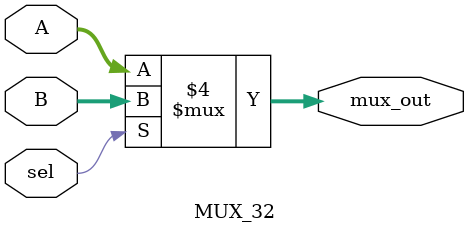
<source format=v>

`define ALU_CTRL_AND  4'b0000
`define ALU_CTRL_OR   4'b0001
`define ALU_CTRL_ADD  4'b0010
`define ALU_CTRL_SUB  4'b0110
`define ALU_CTRL_SLT  4'b1000

`define OPCODE_6_2_JAL  5'b11011
`define OPCODE_6_2_JR   5'b11001
`define OPCODE_6_2_SW   5'b01000
`define OPCODE_6_2_LW   5'b00000
`define OPCODE_6_2_BEQ  5'b11000
`define OPCODE_6_2_R    5'b01100

module SingleCycle_CHIP( 
    clk,
    rst_n,
    IR_addr,
    IR,
    RF_writedata,
    ReadDataMem,
    CEN,
    WEN,
    A,
    ReadData2,
    OEN
);

//==== in/out declaration =================================
    //-------- processor ----------------------------------
    input         clk, rst_n;
    input  [31:0] IR;//program script
    output [31:0] IR_addr;//program counter
    output [31:0] RF_writedata;
    //-------- data memory --------------------------------
    input  [31:0] ReadDataMem;  // read_data from memory
    output        CEN;  // chip_enable, 0 when you read/write data from/to memory
    output        WEN;  // write_enable, 0 when you write data into SRAM & 1 when you read data from SRAM
    output  [6:0] A;  // address
    output [31:0] ReadData2;  // write_data to memory
    output        OEN;  // output_enable, 0



//==== reg/wire declaration ===============================
reg     [31:0]  IR_addr;
wire    [31:0]  IR_addr_r;
wire    [31:0]  IR_ = {{IR[7:0]},{IR[15:8]},{IR[23:16]},{IR[31:24]}};
wire    [31:0]  ReadDataReg = {{ReadDataMem[7:0]},{ReadDataMem[15:8]},{ReadDataMem[23:16]},{ReadDataMem[31:24]}};
//CONTROL_0
wire            Branch, RegWrite, ALUSrc, MemWrite, MemRead, MemToReg, Jal, Jalr, RW;
//RegisterFile
wire    [31:0]  ReadData1;
wire    [31:0]  ReadData2_;
wire    [31:0]  WriteData;
//IMM_GEN
wire    [31:0]  immediate;
//MUX_src
wire    [31:0]  RD2_imm_out;
//ALU_CTRL
wire    [3:0]   ALU_ctrl;
//ALU
wire zero;
wire [31:0]ALU_out;
//MUX
wire    [31:0]  WriteData_;
wire [31:0] PC_4_out;



//==== combinational part =================================


assign  RF_writedata = WriteData;
assign  A            = ALU_out[8:2]; // not sure
assign  WEN          = ~MemWrite;
assign  OEN          = 1'b0;
assign  CEN          = 1'b0;
assign  ReadData2    = {{ReadData2_[7:0]},{ReadData2_[15:8]},{ReadData2_[23:16]},{ReadData2_[31:24]}};


CONTROL_0 control_0(
    //.funct3(IR[22:20]),//IR_[14:12]
    .op_6_2(IR_[6:2]),//IR[30:26]
    .Jal(Jal),
    .Jalr(Jalr),
    .Branch(Branch),
    .MemRead(MemRead),
    .MemToReg(MemToReg),   
    .MemWrite(MemWrite),
    .RegWrite(RegWrite),
    .ALUSrc(ALUSrc)
);


RegisterFile register_file_0(
    .clk(clk),
    .rst_n(rst_n),
    .ReadAddr1(IR_[19:15]),//{IR[11:8],IR[23]}
    .ReadAddr2(IR_[24:20]),//{IR[0],IR[15:12]}
    .WriteAddr(IR_[11:7]),//{IR[19:16],IR[31]}
    .ReadData1(ReadData1),
    .ReadData2(ReadData2_),
    .WriteData(WriteData),
    .RW(RegWrite)//ctrl
);

IMM_GEN imm_gen_0(
    .inst(IR_),
    .immediate(immediate)
);


MUX_32 mux_32_src_0(
    .A(ReadData2_),
    .B(immediate),
    .sel(ALUSrc),
    .mux_out(RD2_imm_out)
);

ALU_CTRL_0 alu_ctrl_0(
    .op_43(IR_[4:3]),//IR[28:27]
    .funct3(IR_[14:12]),//IR[22:20]
    .funct7_5(IR_[30]),//IR[6]
    .ALU_ctrl(ALU_ctrl)
);

ALU_32_zero alu_32_zero_0(
    .ALU_in1(ReadData1),
    .ALU_in2(RD2_imm_out),
    .ALU_ctrl(ALU_ctrl),
    .zero(zero),
    .ALU_out(ALU_out)
);

//memory
/*
MUX_32 mux_32_mem_0(
    .A(ReadDataReg),
    .B(ALU_out),
    .sel(MemToReg),
    .mux_out(WriteData_)
);

MUX_32 mux_jalr_regwrite_0(
    .A(WriteData_),
    .B(PC_4_out),
    .sel(Jalr|Jal),
    .mux_out(WriteData)
)*/
MUX_32_2 mux_32_mem_jalr_regwrite_0(//combine mux_32_mem_0 mux_jalr_regwrite_0
    .A(ReadDataReg),
    .B(ALU_out),
    .C(PC_4_out),
    .sel1(MemToReg),
    .sel2(Jalr),
    .sel3(Jal),
    .mux_out(WriteData)
);
PROGRAM_COUNTER pc_0(
    .clk(clk),
    .rst_n(rst_n),
    .Branch(Branch),
    .zero(zero),
    .Jal(Jal),
    .Jalr(Jalr),
    .PC_in(IR_addr),
    .immediate(immediate),
    .ReadData1(ReadData1),
    .PC_4_out(PC_4_out),
    .PC_out(IR_addr_r)
);


//==== sequential part ====================================
always @(posedge clk or negedge rst_n) begin
    if(!rst_n) begin
        IR_addr <= 0;
    end else begin
        IR_addr <= IR_addr_r;
        //$display("IR_addr",IR_addr);
    end
end
//=========================================================
endmodule
//==== submodule ==========================================




module PROGRAM_COUNTER (
    clk,
    rst_n,
    Branch,
    zero,
    Jal,
    Jalr,
    PC_in,
    immediate,
    ReadData1,
    PC_4_out,
    PC_out
);


input   clk, rst_n ,Branch,zero,Jal,Jalr;
input   [31:0]  PC_in,immediate,ReadData1;
output  [31:0]  PC_out,PC_4_out;
wire    [31:0]  PC_out, PC_4_out;
reg     [31:0]  IR_imm_4_out,RD1_imm_out,PC_imm_out;

assign PC_4_out = PC_in + 4;
assign PC_out = Jalr?(ReadData1+immediate):IR_imm_4_out;
always @(*) begin
if((Branch&zero)|Jal)begin
    IR_imm_4_out = PC_in + immediate;
end else begin
    IR_imm_4_out = PC_4_out;
end
end

/*
assign PC_4_out = PC_in + 4;
always @(*) begin

RD1_imm_out = ReadData1+immediate;
PC_imm_out = PC_in + immediate;

case({{(Branch&zero)|Jal},{Jalr}})
    2'b00:PC_out = PC_4_out;
    2'b01,2'b11:PC_out = RD1_imm_out;
    2'b10:PC_out = PC_imm_out;
endcase
end


assign PC_4_out = PC_in + 4;
assign PC_out = (Jalr|(Branch&zero)|Jal)?((Jalr?ReadData1:PC_in)+immediate):PC_4_out;
*/
endmodule


//immediate generator======================================
module IMM_GEN(
    inst,
    immediate
);
input   [31:0]  inst;
output  [31:0]  immediate;
reg     [31:0]  immediate;
always @(*) begin
            immediate[31:20] = {12{inst[31]}};
            immediate[10:5] = inst[30:25];

    case(inst[6:2])
        `OPCODE_6_2_JAL: begin//jal
            //immediate[31:20] = {12{inst[31]}};
            //immediate[10:5] = inst[30:25];
            immediate[19:12] = inst[19:12];
            immediate[11] = inst[20];
            immediate[4:1] = inst[24:21];
            immediate[0] = 0;
        end
        `OPCODE_6_2_JR: begin//jr
            //immediate[31:20] = {12{inst[31]}};
            //immediate[10:5] = inst[30:25];
            immediate[19:12] = {8{inst[31]}};
            immediate[11] = inst[31];
            immediate[4:0] = inst[24:20];
        end
        `OPCODE_6_2_SW: begin//sw
            //immediate[31:20] = {12{inst[31]}};
            //immediate[10:5] = inst[30:25];
            immediate[19:12] = {8{inst[31]}};
            immediate[11] = inst[31];
            //immediate[4:0] = inst[11:7];
            immediate[4:1] = inst[11:8];
            immediate[0] = inst[7];
        end
        `OPCODE_6_2_LW:begin//lw ALU
            //immediate[31:20] = {12{inst[31]}};
            //immediate[10:5] = inst[30:25];
            immediate[19:12] = {8{inst[31]}};
            immediate[11] = inst[31];
            //immediate[4:0] = inst[24:20];
            immediate[4:1] = inst[24:21];
            immediate[0] = inst[20];
        end
        `OPCODE_6_2_BEQ:begin//BEQ
            //immediate[31:20] = {12{inst[31]}};
            //immediate[10:5] = inst[30:25];
            immediate[19:12] = {8{inst[31]}};
            immediate[11] = inst[7];
            immediate[4:1] = inst[11:8];
            immediate[0] = 1'b0;
        end
    
        default : begin//R-type
            //immediate[31:20] = {12{inst[31]}};
            //immediate[10:5] = inst[30:25]; 
            immediate[19:12] = 8'b0;
            immediate[11] = 1'b0;
            immediate[4:1] = 4'b0;
            immediate[0] = 1'b0;
        end
    endcase

end
endmodule

module CONTROL_0(
    op_6_2,
    Jal,
    Jalr,
    Branch,
    MemRead,
    MemToReg,    
    MemWrite,
    RegWrite,
    ALUSrc
);
input   [4:0] op_6_2;
output  MemToReg, Jal, Jalr;
output  Branch, RegWrite, ALUSrc, MemRead, MemWrite;

//output  [2:0] ALUOp; //ALUOp is ALUControl here

reg     Branch, RegWrite, ALUSrc, MemWrite, MemRead;
reg     MemToReg, Jal, Jalr;
//reg     [2:0] ALUOp;

always @(*) begin
    //ALUOp    = 3'b000;
    MemToReg = 1'b0;
    Jal      = 1'b0;
    Jalr     = 1'b0;
    RegWrite = 1'b0;
    Branch   = 1'b0;
    ALUSrc   = 1'b0;
    MemWrite = 1'b0;
    MemRead  = 1'b0;

    case(op_6_2) //opcode
        `OPCODE_6_2_R: begin //R type
            MemToReg = 1'b1;
            //jal      = 1'b0;
            //jalr     = 1'b0;
            RegWrite = 1'b1;
            //Branch   = 1'b0;
            //ALUSrc   = 1'b0;
            //MemWrite = 1'b0;
            //MemRead  = 1'b0;
        end
        `OPCODE_6_2_SW: begin //beq sw
            //MemToReg = 1'b0;
            //jal      = 1'b0;
            //jalr     = 1'b0;
            //RegWrite = 1'b0;
            //Branch   = 1'b0;
            //MemWrite = 1'b0;
            //MemRead  = 1'b0;
            ALUSrc   = 1'b1;
            Branch = 1'b0;
            MemWrite = 1'b1;
        end
        `OPCODE_6_2_BEQ: begin //beq
            //MemToReg = 1'b0;
            //jal      = 1'b0;
            //jalr     = 1'b0;
            //RegWrite = 1'b0;
            //Branch   = 1'b0;
            //MemWrite = 1'b0;
            //MemRead  = 1'b0;
            ALUSrc   = 1'b0;
            Branch = 1'b1;
            MemWrite = 1'b0;
        end
        `OPCODE_6_2_JR: begin //Jalr
            //MemToReg = 1'b0;
            //jal      = 1'b0;
            Jalr     = 1'b1;
            RegWrite = 1'b1;
            //Branch   = 1'b0;
            //ALUSrc   = 1'b0;
            //MemWrite = 1'b0;
            //MemRead  = 1'b0;
        end
        `OPCODE_6_2_JAL: begin //Jal
            //MemToReg = 1'b0;
            Jal      = 1'b1;
            //jalr     = 1'b0;
            RegWrite = 1'b1;
            //Branch   = 1'b0;
            //ALUSrc   = 1'b0;
            //MemWrite = 1'b0;
            //MemRead  = 1'b0;
        end
        `OPCODE_6_2_LW: begin //lw
            //MemToReg = 1'b0;
            //jal      = 1'b0;
            //jalr     = 1'b0;
            RegWrite = 1'b1;
            //Branch   = 1'b0;
            ALUSrc   = 1'b1;
            //MemWrite = 1'b0;
            MemRead  = 1'b1;
        end
            default:;
    endcase
end
endmodule

//==== RegisterFile =============================================

module RegisterFile(
    clk,
    rst_n,
    ReadAddr1,
    ReadAddr2,
    WriteAddr,
    ReadData1,
    ReadData2,
    WriteData,
    RW//ctrl
);
input   clk,rst_n,RW;
input   [4:0]ReadAddr1,ReadAddr2,WriteAddr;
input   [31:0]WriteData;
output  [31:0]ReadData1,ReadData2;

wire     [31:0]ReadData1,ReadData2;
reg     [31:0]reg_file_r[0:31];

assign    ReadData1 = (ReadAddr1 != 32'b0) ? reg_file_r[ReadAddr1]: 32'b0;
assign    ReadData2 = (ReadAddr2 != 32'b0) ? reg_file_r[ReadAddr2]: 32'b0;

always@(posedge clk or negedge rst_n) begin
    if (!rst_n) begin
            reg_file_r[0] <= 32'b0;
            reg_file_r[1] <= 32'b0;
            reg_file_r[2] <= 32'b0;
            reg_file_r[3] <= 32'b0;
            reg_file_r[4] <= 32'b0;
            reg_file_r[5] <= 32'b0;
            reg_file_r[6] <= 32'b0;
            reg_file_r[7] <= 32'b0;
            reg_file_r[8] <= 32'b0;
            reg_file_r[9] <= 32'b0;
            reg_file_r[10] <= 32'b0;
            reg_file_r[11] <= 32'b0;
            reg_file_r[12] <= 32'b0;
            reg_file_r[13] <= 32'b0;
            reg_file_r[14] <= 32'b0;
            reg_file_r[15] <= 32'b0;
            reg_file_r[16] <= 32'b0;
            reg_file_r[17] <= 32'b0;
            reg_file_r[18] <= 32'b0;
            reg_file_r[19] <= 32'b0;
            reg_file_r[20] <= 32'b0;
            reg_file_r[21] <= 32'b0;
            reg_file_r[22] <= 32'b0;
            reg_file_r[23] <= 32'b0;
            reg_file_r[24] <= 32'b0;
            reg_file_r[25] <= 32'b0;
            reg_file_r[26] <= 32'b0;
            reg_file_r[27] <= 32'b0;
            reg_file_r[28] <= 32'b0;
            reg_file_r[29] <= 32'b0;
            reg_file_r[30] <= 32'b0;
            reg_file_r[31] <= 32'b0;
    end else begin
        if(RW)reg_file_r[WriteAddr] <= WriteData;
    end
end
endmodule

//==== ALU_Control =============================================


module ALU_CTRL_0(
    //ALU_op,
    op_43,
    funct3,
    funct7_5,
    ALU_ctrl
);
//input ALU_op;
input   [1:0]   op_43;
input   [2:0]   funct3;
input           funct7_5;
output  [3:0]   ALU_ctrl;
wire    [3:0]   ALU_ctrl;

assign ALU_ctrl[0] = op_43[1] & funct3[2] & funct3[1] & (~funct3[0]);
assign ALU_ctrl[1] = ~(op_43[1] & (~op_43[0]) & funct3[1]);
assign ALU_ctrl[2] = ((~op_43[1]) & (~funct3[1])) | (funct7_5 & op_43[1]);
assign ALU_ctrl[3] = op_43[1] & (~funct3[2]) & funct3[1];

endmodule


//ALU_32===================================================
//0000  AND     AND(bit)
//0001  OR      OR
//0010  ADD     LW SW
//0110  SUB     SUB BR
//1000  SLT     SLT
//ALU_ctrl[0] = OP[4] & funct3[2] & funct3[1] & (!funct3[0])
//ALU_ctrl[1] = !(OP[4] & (!OP[3]) & funct3[1])
//ALU_ctrl[2] = ((!OP[4]) & (!funct3[1])) | (funct7[5] & OP[4])
//ALU_ctrl[3] = OP[4] & (!funct3[2]) & funct3[1]

//=========================================================

module ALU_32_zero(
    ALU_in1,
    ALU_in2,
    ALU_ctrl,
    zero,
    ALU_out
);
input   [31:0]  ALU_in1,ALU_in2;
input   [3:0]   ALU_ctrl;
output  [31:0]  ALU_out;
output          zero;
reg     [31:0]  ALU_out;
reg             zero;
wire     [31:0]  sub = ALU_in1 - ALU_in2;
wire     [31:0]  add = ALU_in1 + ALU_in2;

always @(*) begin
    zero = 0;


case (ALU_ctrl)
    `ALU_CTRL_AND:begin
        //$display("&");
        ALU_out = ALU_in1 & ALU_in2;
    end
    `ALU_CTRL_OR:begin
        //$display("|");
        ALU_out = ALU_in1 | ALU_in2;
    end
    `ALU_CTRL_ADD:begin
        ALU_out = add;
        //ALU_out = ALU_in1 + ALU_in2;
        //$display("add %d",ALU_out);
    end
    `ALU_CTRL_SUB:begin
        //$display("-");

        ALU_out = sub;
        //ALU_out = ALU_in1 - ALU_in2;
        zero = !ALU_out;
        /*
        if(ALU_out == 32'b0) begin
            zero = 1'b1;
        end 
        */        
    end
    `ALU_CTRL_SLT:begin
        //$display("diff");
        ALU_out = ALU_in1[31] | ALU_in2[31] ? ALU_in1[31] : ALU_in1[30:0] < ALU_in2[30:0];
    end
    default : begin 
        ALU_out = 31'b0;
        //$display("def");
    end
endcase
end

endmodule

//MUX_32===================================================
module MUX_32_2(
    A,
    B,
    C,
    sel1,
    sel2,
    sel3,
    mux_out

);

input   [31:0]  A, B, C;
input           sel1,sel2,sel3;
output  [31:0]  mux_out;
reg     [31:0]  mux_out;

always @(*) begin
case ({sel1,{sel2|sel3}})
    2'b11,2'b01:mux_out = C;
    2'b00:mux_out = A;
    2'b10:mux_out = B;

    default :mux_out = 0;
endcase
end
endmodule

module MUX_32(
    A,
    B,
    sel,
    mux_out

);

input   [31:0]  A, B;
input           sel;
output  [31:0]  mux_out;
reg     [31:0]  mux_out;

always @(*) begin
    //mux_out = 32'b0;
    if(~sel) begin
        mux_out = A;
    end else begin
        mux_out = B;
    end
end
endmodule

//memory_data convert to reg_data
/*
module mem_to_reg_data_convert(
    mem_data,
    reg_data
    );
input   [31:0] mem_data;
output  [31:0] reg_data;
reg    [31:0] reg_data;

always @(*)reg_data = {{mem_data[7:0]},{mem_data[15:8]},{mem_data[23:16]},{mem_data[31:24]}};


endmodule
*/


</source>
